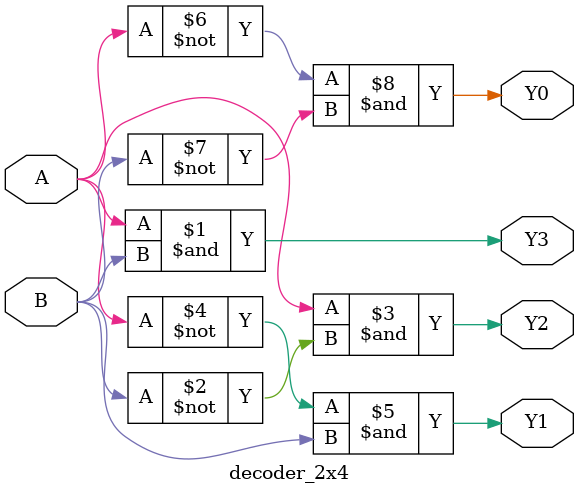
<source format=v>
module decoder_2x4(
    input wire A,
    input wire B,
    output wire Y0,
    output wire Y1,
    output wire Y2,
    output wire Y3
);
    assign Y3 = (A & B);
    assign Y2 = (A & ~B);
    assign Y1 = (~A & B);
    assign Y0 = (~A & ~B);
endmodule
</source>
